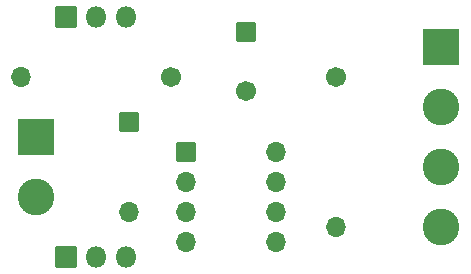
<source format=gbr>
%TF.GenerationSoftware,KiCad,Pcbnew,(6.0.5-0)*%
%TF.CreationDate,2022-05-25T12:26:39-07:00*%
%TF.ProjectId,pool-piano-midi,706f6f6c-2d70-4696-916e-6f2d6d696469,v0*%
%TF.SameCoordinates,Original*%
%TF.FileFunction,Soldermask,Bot*%
%TF.FilePolarity,Negative*%
%FSLAX46Y46*%
G04 Gerber Fmt 4.6, Leading zero omitted, Abs format (unit mm)*
G04 Created by KiCad (PCBNEW (6.0.5-0)) date 2022-05-25 12:26:39*
%MOMM*%
%LPD*%
G01*
G04 APERTURE LIST*
G04 Aperture macros list*
%AMRoundRect*
0 Rectangle with rounded corners*
0 $1 Rounding radius*
0 $2 $3 $4 $5 $6 $7 $8 $9 X,Y pos of 4 corners*
0 Add a 4 corners polygon primitive as box body*
4,1,4,$2,$3,$4,$5,$6,$7,$8,$9,$2,$3,0*
0 Add four circle primitives for the rounded corners*
1,1,$1+$1,$2,$3*
1,1,$1+$1,$4,$5*
1,1,$1+$1,$6,$7*
1,1,$1+$1,$8,$9*
0 Add four rect primitives between the rounded corners*
20,1,$1+$1,$2,$3,$4,$5,0*
20,1,$1+$1,$4,$5,$6,$7,0*
20,1,$1+$1,$6,$7,$8,$9,0*
20,1,$1+$1,$8,$9,$2,$3,0*%
G04 Aperture macros list end*
%ADD10RoundRect,0.050800X0.850000X-0.850000X0.850000X0.850000X-0.850000X0.850000X-0.850000X-0.850000X0*%
%ADD11O,1.801600X1.801600*%
%ADD12C,1.701600*%
%ADD13O,1.701600X1.701600*%
%ADD14RoundRect,0.050800X-0.800000X0.800000X-0.800000X-0.800000X0.800000X-0.800000X0.800000X0.800000X0*%
%ADD15RoundRect,0.050800X-1.500000X1.500000X-1.500000X-1.500000X1.500000X-1.500000X1.500000X1.500000X0*%
%ADD16C,3.101600*%
%ADD17RoundRect,0.050800X-0.800000X-0.800000X0.800000X-0.800000X0.800000X0.800000X-0.800000X0.800000X0*%
G04 APERTURE END LIST*
D10*
%TO.C,REF\u002A\u002A*%
X175260000Y-83820000D03*
D11*
X177800000Y-83820000D03*
X180340000Y-83820000D03*
%TD*%
D12*
%TO.C,R1*%
X184150000Y-68580000D03*
D13*
X171450000Y-68580000D03*
%TD*%
D14*
%TO.C,D1*%
X180594000Y-72390000D03*
D13*
X180594000Y-80010000D03*
%TD*%
D15*
%TO.C,J2*%
X207010000Y-66040000D03*
D16*
X207010000Y-71120000D03*
X207010000Y-76200000D03*
X207010000Y-81280000D03*
%TD*%
D14*
%TO.C,C1*%
X190500000Y-64770000D03*
D12*
X190500000Y-69770000D03*
%TD*%
D15*
%TO.C,J1*%
X172720000Y-73660000D03*
D16*
X172720000Y-78740000D03*
%TD*%
D12*
%TO.C,R2*%
X198120000Y-68580000D03*
D13*
X198120000Y-81280000D03*
%TD*%
D10*
%TO.C,REF\u002A\u002A*%
X175260000Y-63500000D03*
D11*
X177800000Y-63500000D03*
X180340000Y-63500000D03*
%TD*%
D17*
%TO.C,U1*%
X185430000Y-74940000D03*
D13*
X185430000Y-77480000D03*
X185430000Y-80020000D03*
X185430000Y-82560000D03*
X193050000Y-82560000D03*
X193050000Y-80020000D03*
X193050000Y-77480000D03*
X193050000Y-74940000D03*
%TD*%
M02*

</source>
